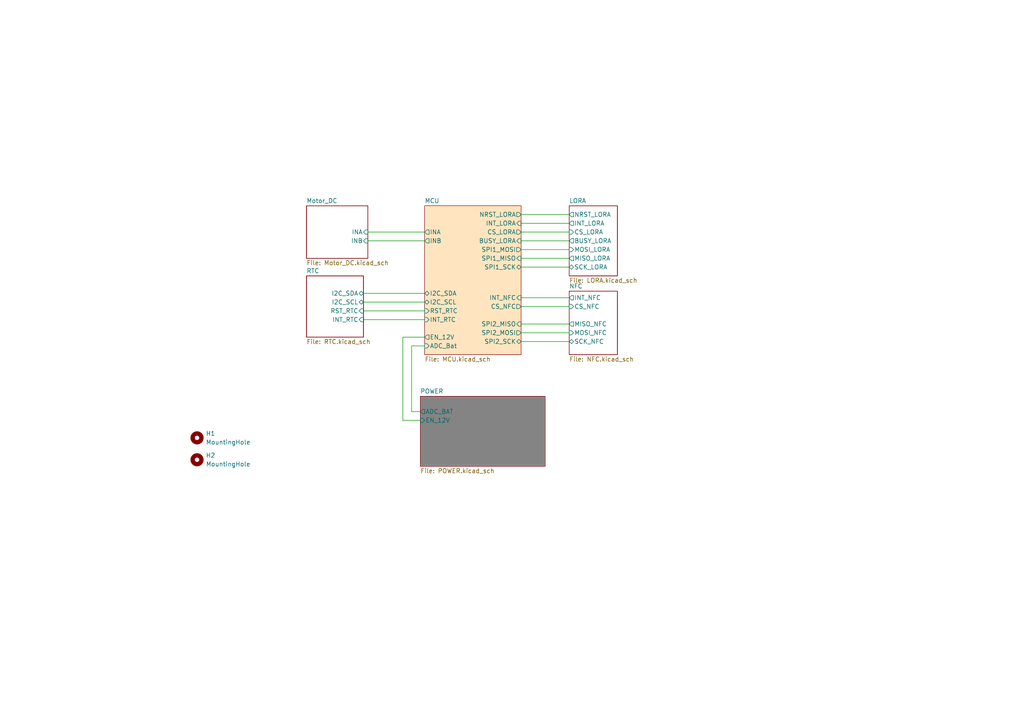
<source format=kicad_sch>
(kicad_sch
	(version 20231120)
	(generator "eeschema")
	(generator_version "8.0")
	(uuid "700768df-09f0-45cf-9b46-9332e9bddc11")
	(paper "A4")
	(lib_symbols
		(symbol "IVS_SYMBOLS:MountingHole"
			(pin_names
				(offset 1.016)
			)
			(exclude_from_sim no)
			(in_bom yes)
			(on_board yes)
			(property "Reference" "H"
				(at 0 5.08 0)
				(effects
					(font
						(size 1.27 1.27)
					)
				)
			)
			(property "Value" "MountingHole"
				(at 0 3.175 0)
				(effects
					(font
						(size 1.27 1.27)
					)
				)
			)
			(property "Footprint" ""
				(at 0 0 0)
				(effects
					(font
						(size 1.27 1.27)
					)
					(hide yes)
				)
			)
			(property "Datasheet" "~"
				(at 0 0 0)
				(effects
					(font
						(size 1.27 1.27)
					)
					(hide yes)
				)
			)
			(property "Description" "Mounting Hole without connection"
				(at 0 0 0)
				(effects
					(font
						(size 1.27 1.27)
					)
					(hide yes)
				)
			)
			(property "ki_keywords" "mounting hole"
				(at 0 0 0)
				(effects
					(font
						(size 1.27 1.27)
					)
					(hide yes)
				)
			)
			(property "ki_fp_filters" "MountingHole*"
				(at 0 0 0)
				(effects
					(font
						(size 1.27 1.27)
					)
					(hide yes)
				)
			)
			(symbol "MountingHole_0_1"
				(circle
					(center 0 0)
					(radius 1.27)
					(stroke
						(width 1.27)
						(type default)
					)
					(fill
						(type none)
					)
				)
			)
		)
	)
	(wire
		(pts
			(xy 151.13 99.06) (xy 165.1 99.06)
		)
		(stroke
			(width 0)
			(type default)
		)
		(uuid "1dcdcbfc-d199-4882-8330-31acd5697230")
	)
	(wire
		(pts
			(xy 151.13 77.47) (xy 165.1 77.47)
		)
		(stroke
			(width 0)
			(type default)
		)
		(uuid "20c7b9cf-e625-479e-ac71-951fe8732e0f")
	)
	(wire
		(pts
			(xy 106.68 67.31) (xy 123.19 67.31)
		)
		(stroke
			(width 0)
			(type default)
		)
		(uuid "2f1810e6-eb64-43b1-b025-ea773cb217e9")
	)
	(wire
		(pts
			(xy 151.13 88.9) (xy 165.1 88.9)
		)
		(stroke
			(width 0)
			(type default)
		)
		(uuid "2fd5604e-b4e4-47d3-aed4-411370c4d654")
	)
	(wire
		(pts
			(xy 151.13 69.85) (xy 165.1 69.85)
		)
		(stroke
			(width 0)
			(type default)
		)
		(uuid "3b3b586c-eee4-495c-a4b9-05b9e40f9729")
	)
	(wire
		(pts
			(xy 151.13 96.52) (xy 165.1 96.52)
		)
		(stroke
			(width 0)
			(type default)
		)
		(uuid "49ed318c-2928-4c4b-be4d-7a2c46a56c78")
	)
	(wire
		(pts
			(xy 123.19 97.79) (xy 116.84 97.79)
		)
		(stroke
			(width 0)
			(type default)
		)
		(uuid "54f38938-4e94-4c44-9025-7471644fae92")
	)
	(wire
		(pts
			(xy 116.84 97.79) (xy 116.84 121.92)
		)
		(stroke
			(width 0)
			(type default)
		)
		(uuid "5de1f9f8-ef6e-4b1f-a2d9-e8c06135a9a8")
	)
	(wire
		(pts
			(xy 106.68 69.85) (xy 123.19 69.85)
		)
		(stroke
			(width 0)
			(type default)
		)
		(uuid "60e97fea-3bd8-4cc3-8641-8e9a9ab18b96")
	)
	(wire
		(pts
			(xy 105.41 90.17) (xy 123.19 90.17)
		)
		(stroke
			(width 0)
			(type default)
		)
		(uuid "6bf5e3f2-a1cc-4c44-809a-1c6417abade1")
	)
	(wire
		(pts
			(xy 119.38 119.38) (xy 119.38 100.33)
		)
		(stroke
			(width 0)
			(type default)
		)
		(uuid "75ee6daa-b06b-4331-b62f-2d6033e32540")
	)
	(wire
		(pts
			(xy 151.13 72.39) (xy 165.1 72.39)
		)
		(stroke
			(width 0)
			(type default)
		)
		(uuid "7d7db74d-c34e-40eb-9ff2-87cd38af1dd0")
	)
	(wire
		(pts
			(xy 151.13 86.36) (xy 165.1 86.36)
		)
		(stroke
			(width 0)
			(type default)
		)
		(uuid "8b5c6cb1-36dc-4f36-93be-0a7d3d79ef59")
	)
	(wire
		(pts
			(xy 105.41 85.09) (xy 123.19 85.09)
		)
		(stroke
			(width 0)
			(type default)
		)
		(uuid "8d0ee048-5115-4641-8893-25b6c9fc7ed1")
	)
	(wire
		(pts
			(xy 151.13 64.77) (xy 165.1 64.77)
		)
		(stroke
			(width 0)
			(type default)
		)
		(uuid "8d7807a4-440f-4167-9b49-55a8f17c6677")
	)
	(wire
		(pts
			(xy 105.41 92.71) (xy 123.19 92.71)
		)
		(stroke
			(width 0)
			(type default)
		)
		(uuid "92cf461d-ba7e-4e24-b960-c2f6908e45d0")
	)
	(wire
		(pts
			(xy 151.13 74.93) (xy 165.1 74.93)
		)
		(stroke
			(width 0)
			(type default)
		)
		(uuid "a0499d1f-a15d-4942-8db6-2d783164e07b")
	)
	(wire
		(pts
			(xy 119.38 100.33) (xy 123.19 100.33)
		)
		(stroke
			(width 0)
			(type default)
		)
		(uuid "ad1954c7-57ee-42a7-9802-af5b8f690875")
	)
	(wire
		(pts
			(xy 151.13 62.23) (xy 165.1 62.23)
		)
		(stroke
			(width 0)
			(type default)
		)
		(uuid "c0b3f74a-dbb2-46ca-9026-881cf82c73a3")
	)
	(wire
		(pts
			(xy 151.13 67.31) (xy 165.1 67.31)
		)
		(stroke
			(width 0)
			(type default)
		)
		(uuid "c0fda7de-09f1-41ba-990d-47d9146eeeed")
	)
	(wire
		(pts
			(xy 121.92 119.38) (xy 119.38 119.38)
		)
		(stroke
			(width 0)
			(type default)
		)
		(uuid "c35e69e9-480e-4b40-a05a-e83c4507a3f9")
	)
	(wire
		(pts
			(xy 105.41 87.63) (xy 123.19 87.63)
		)
		(stroke
			(width 0)
			(type default)
		)
		(uuid "cfa6e8bc-a607-4090-8e52-7254eacb9193")
	)
	(wire
		(pts
			(xy 151.13 93.98) (xy 165.1 93.98)
		)
		(stroke
			(width 0)
			(type default)
		)
		(uuid "ec9fbe7f-b4b1-45c3-a0cc-3a7b442ac26d")
	)
	(wire
		(pts
			(xy 116.84 121.92) (xy 121.92 121.92)
		)
		(stroke
			(width 0)
			(type default)
		)
		(uuid "ef7a380a-b18f-43b6-b3a1-c1496cdb95e9")
	)
	(symbol
		(lib_id "IVS_SYMBOLS:MountingHole")
		(at 57.15 127 0)
		(unit 1)
		(exclude_from_sim no)
		(in_bom yes)
		(on_board yes)
		(dnp no)
		(fields_autoplaced yes)
		(uuid "11c11fd8-d334-44ea-9aa5-8f2f61a29c5e")
		(property "Reference" "H1"
			(at 59.69 125.73 0)
			(effects
				(font
					(size 1.27 1.27)
				)
				(justify left)
			)
		)
		(property "Value" "MountingHole"
			(at 59.69 128.27 0)
			(effects
				(font
					(size 1.27 1.27)
				)
				(justify left)
			)
		)
		(property "Footprint" "MountingHole:MountingHole_3.2mm_M3_DIN965_Pad"
			(at 57.15 127 0)
			(effects
				(font
					(size 1.27 1.27)
				)
				(hide yes)
			)
		)
		(property "Datasheet" "~"
			(at 57.15 127 0)
			(effects
				(font
					(size 1.27 1.27)
				)
				(hide yes)
			)
		)
		(property "Description" ""
			(at 57.15 127 0)
			(effects
				(font
					(size 1.27 1.27)
				)
				(hide yes)
			)
		)
		(property "Cate" ""
			(at 57.15 127 0)
			(effects
				(font
					(size 1.27 1.27)
				)
				(hide yes)
			)
		)
		(property "Category" ""
			(at 57.15 127 0)
			(effects
				(font
					(size 1.27 1.27)
				)
				(hide yes)
			)
		)
		(property "DK_Datasheet_Link" ""
			(at 57.15 127 0)
			(effects
				(font
					(size 1.27 1.27)
				)
				(hide yes)
			)
		)
		(property "DK_Detail_Page" ""
			(at 57.15 127 0)
			(effects
				(font
					(size 1.27 1.27)
				)
				(hide yes)
			)
		)
		(property "Digi-Key_PN" ""
			(at 57.15 127 0)
			(effects
				(font
					(size 1.27 1.27)
				)
				(hide yes)
			)
		)
		(property "Family" ""
			(at 57.15 127 0)
			(effects
				(font
					(size 1.27 1.27)
				)
				(hide yes)
			)
		)
		(property "MPN" ""
			(at 57.15 127 0)
			(effects
				(font
					(size 1.27 1.27)
				)
				(hide yes)
			)
		)
		(property "Manufacturer" ""
			(at 57.15 127 0)
			(effects
				(font
					(size 1.27 1.27)
				)
				(hide yes)
			)
		)
		(property "Status" ""
			(at 57.15 127 0)
			(effects
				(font
					(size 1.27 1.27)
				)
				(hide yes)
			)
		)
		(property "Val" ""
			(at 57.15 127 0)
			(effects
				(font
					(size 1.27 1.27)
				)
				(hide yes)
			)
		)
		(property "Availability" ""
			(at 57.15 127 0)
			(effects
				(font
					(size 1.27 1.27)
				)
				(hide yes)
			)
		)
		(property "Check_prices" ""
			(at 57.15 127 0)
			(effects
				(font
					(size 1.27 1.27)
				)
				(hide yes)
			)
		)
		(property "MANUFACTURER" ""
			(at 57.15 127 0)
			(effects
				(font
					(size 1.27 1.27)
				)
				(hide yes)
			)
		)
		(property "MF" ""
			(at 57.15 127 0)
			(effects
				(font
					(size 1.27 1.27)
				)
				(hide yes)
			)
		)
		(property "MP" ""
			(at 57.15 127 0)
			(effects
				(font
					(size 1.27 1.27)
				)
				(hide yes)
			)
		)
		(property "Package" ""
			(at 57.15 127 0)
			(effects
				(font
					(size 1.27 1.27)
				)
				(hide yes)
			)
		)
		(property "Price" ""
			(at 57.15 127 0)
			(effects
				(font
					(size 1.27 1.27)
				)
				(hide yes)
			)
		)
		(property "STANDARD" ""
			(at 57.15 127 0)
			(effects
				(font
					(size 1.27 1.27)
				)
				(hide yes)
			)
		)
		(property "Sim.Device" ""
			(at 57.15 127 0)
			(effects
				(font
					(size 1.27 1.27)
				)
				(hide yes)
			)
		)
		(property "Sim.Library" ""
			(at 57.15 127 0)
			(effects
				(font
					(size 1.27 1.27)
				)
				(hide yes)
			)
		)
		(property "Sim.Name" ""
			(at 57.15 127 0)
			(effects
				(font
					(size 1.27 1.27)
				)
				(hide yes)
			)
		)
		(property "Sim.Params" ""
			(at 57.15 127 0)
			(effects
				(font
					(size 1.27 1.27)
				)
				(hide yes)
			)
		)
		(property "Sim.Pins" ""
			(at 57.15 127 0)
			(effects
				(font
					(size 1.27 1.27)
				)
				(hide yes)
			)
		)
		(property "SnapEDA_Link" ""
			(at 57.15 127 0)
			(effects
				(font
					(size 1.27 1.27)
				)
				(hide yes)
			)
		)
		(property "hardware_design" ""
			(at 57.15 127 0)
			(effects
				(font
					(size 1.27 1.27)
				)
				(hide yes)
			)
		)
		(instances
			(project "Call-Point-Actuator"
				(path "/700768df-09f0-45cf-9b46-9332e9bddc11"
					(reference "H1")
					(unit 1)
				)
			)
			(project "Light-Sound-Sensor"
				(path "/c4fae0b4-107a-4e14-bdc8-24cbf64cf056"
					(reference "H1")
					(unit 1)
				)
			)
		)
	)
	(symbol
		(lib_id "IVS_SYMBOLS:MountingHole")
		(at 57.15 133.35 0)
		(unit 1)
		(exclude_from_sim no)
		(in_bom yes)
		(on_board yes)
		(dnp no)
		(fields_autoplaced yes)
		(uuid "c40222b3-b246-479f-96c0-7c84a5ee54af")
		(property "Reference" "H2"
			(at 59.69 132.08 0)
			(effects
				(font
					(size 1.27 1.27)
				)
				(justify left)
			)
		)
		(property "Value" "MountingHole"
			(at 59.69 134.62 0)
			(effects
				(font
					(size 1.27 1.27)
				)
				(justify left)
			)
		)
		(property "Footprint" "MountingHole:MountingHole_3.2mm_M3_DIN965_Pad"
			(at 57.15 133.35 0)
			(effects
				(font
					(size 1.27 1.27)
				)
				(hide yes)
			)
		)
		(property "Datasheet" "~"
			(at 57.15 133.35 0)
			(effects
				(font
					(size 1.27 1.27)
				)
				(hide yes)
			)
		)
		(property "Description" ""
			(at 57.15 133.35 0)
			(effects
				(font
					(size 1.27 1.27)
				)
				(hide yes)
			)
		)
		(property "Cate" ""
			(at 57.15 133.35 0)
			(effects
				(font
					(size 1.27 1.27)
				)
				(hide yes)
			)
		)
		(property "Category" ""
			(at 57.15 133.35 0)
			(effects
				(font
					(size 1.27 1.27)
				)
				(hide yes)
			)
		)
		(property "DK_Datasheet_Link" ""
			(at 57.15 133.35 0)
			(effects
				(font
					(size 1.27 1.27)
				)
				(hide yes)
			)
		)
		(property "DK_Detail_Page" ""
			(at 57.15 133.35 0)
			(effects
				(font
					(size 1.27 1.27)
				)
				(hide yes)
			)
		)
		(property "Digi-Key_PN" ""
			(at 57.15 133.35 0)
			(effects
				(font
					(size 1.27 1.27)
				)
				(hide yes)
			)
		)
		(property "Family" ""
			(at 57.15 133.35 0)
			(effects
				(font
					(size 1.27 1.27)
				)
				(hide yes)
			)
		)
		(property "MPN" ""
			(at 57.15 133.35 0)
			(effects
				(font
					(size 1.27 1.27)
				)
				(hide yes)
			)
		)
		(property "Manufacturer" ""
			(at 57.15 133.35 0)
			(effects
				(font
					(size 1.27 1.27)
				)
				(hide yes)
			)
		)
		(property "Status" ""
			(at 57.15 133.35 0)
			(effects
				(font
					(size 1.27 1.27)
				)
				(hide yes)
			)
		)
		(property "Val" ""
			(at 57.15 133.35 0)
			(effects
				(font
					(size 1.27 1.27)
				)
				(hide yes)
			)
		)
		(property "Availability" ""
			(at 57.15 133.35 0)
			(effects
				(font
					(size 1.27 1.27)
				)
				(hide yes)
			)
		)
		(property "Check_prices" ""
			(at 57.15 133.35 0)
			(effects
				(font
					(size 1.27 1.27)
				)
				(hide yes)
			)
		)
		(property "MANUFACTURER" ""
			(at 57.15 133.35 0)
			(effects
				(font
					(size 1.27 1.27)
				)
				(hide yes)
			)
		)
		(property "MF" ""
			(at 57.15 133.35 0)
			(effects
				(font
					(size 1.27 1.27)
				)
				(hide yes)
			)
		)
		(property "MP" ""
			(at 57.15 133.35 0)
			(effects
				(font
					(size 1.27 1.27)
				)
				(hide yes)
			)
		)
		(property "Package" ""
			(at 57.15 133.35 0)
			(effects
				(font
					(size 1.27 1.27)
				)
				(hide yes)
			)
		)
		(property "Price" ""
			(at 57.15 133.35 0)
			(effects
				(font
					(size 1.27 1.27)
				)
				(hide yes)
			)
		)
		(property "STANDARD" ""
			(at 57.15 133.35 0)
			(effects
				(font
					(size 1.27 1.27)
				)
				(hide yes)
			)
		)
		(property "Sim.Device" ""
			(at 57.15 133.35 0)
			(effects
				(font
					(size 1.27 1.27)
				)
				(hide yes)
			)
		)
		(property "Sim.Library" ""
			(at 57.15 133.35 0)
			(effects
				(font
					(size 1.27 1.27)
				)
				(hide yes)
			)
		)
		(property "Sim.Name" ""
			(at 57.15 133.35 0)
			(effects
				(font
					(size 1.27 1.27)
				)
				(hide yes)
			)
		)
		(property "Sim.Params" ""
			(at 57.15 133.35 0)
			(effects
				(font
					(size 1.27 1.27)
				)
				(hide yes)
			)
		)
		(property "Sim.Pins" ""
			(at 57.15 133.35 0)
			(effects
				(font
					(size 1.27 1.27)
				)
				(hide yes)
			)
		)
		(property "SnapEDA_Link" ""
			(at 57.15 133.35 0)
			(effects
				(font
					(size 1.27 1.27)
				)
				(hide yes)
			)
		)
		(property "hardware_design" ""
			(at 57.15 133.35 0)
			(effects
				(font
					(size 1.27 1.27)
				)
				(hide yes)
			)
		)
		(instances
			(project "Call-Point-Actuator"
				(path "/700768df-09f0-45cf-9b46-9332e9bddc11"
					(reference "H2")
					(unit 1)
				)
			)
			(project "Light-Sound-Sensor"
				(path "/c4fae0b4-107a-4e14-bdc8-24cbf64cf056"
					(reference "H2")
					(unit 1)
				)
			)
		)
	)
	(sheet
		(at 88.9 80.01)
		(size 16.51 17.78)
		(fields_autoplaced yes)
		(stroke
			(width 0.1524)
			(type solid)
		)
		(fill
			(color 0 0 0 0.0000)
		)
		(uuid "14571762-77a5-4a72-8fe8-37cf7b6caaa8")
		(property "Sheetname" "RTC"
			(at 88.9 79.2984 0)
			(effects
				(font
					(size 1.27 1.27)
				)
				(justify left bottom)
			)
		)
		(property "Sheetfile" "RTC.kicad_sch"
			(at 88.9 98.3746 0)
			(effects
				(font
					(size 1.27 1.27)
				)
				(justify left top)
			)
		)
		(pin "I2C_SCL" bidirectional
			(at 105.41 87.63 0)
			(effects
				(font
					(size 1.27 1.27)
				)
				(justify right)
			)
			(uuid "7559712a-3575-444a-9b8d-bfc26122c25e")
		)
		(pin "I2C_SDA" bidirectional
			(at 105.41 85.09 0)
			(effects
				(font
					(size 1.27 1.27)
				)
				(justify right)
			)
			(uuid "41aabe70-82a4-4087-9edf-0c9a6ac26969")
		)
		(pin "RST_RTC" input
			(at 105.41 90.17 0)
			(effects
				(font
					(size 1.27 1.27)
				)
				(justify right)
			)
			(uuid "cf82111e-5797-44d8-80c5-7b2a3fccd034")
		)
		(pin "INT_RTC" input
			(at 105.41 92.71 0)
			(effects
				(font
					(size 1.27 1.27)
				)
				(justify right)
			)
			(uuid "b3c72e4a-821d-4037-a505-6f59730137d6")
		)
		(instances
			(project "Call-Point-Actuator"
				(path "/700768df-09f0-45cf-9b46-9332e9bddc11"
					(page "7")
				)
			)
		)
	)
	(sheet
		(at 165.1 84.455)
		(size 13.97 18.415)
		(fields_autoplaced yes)
		(stroke
			(width 0.1524)
			(type solid)
		)
		(fill
			(color 0 0 0 0.0000)
		)
		(uuid "5abf2ea0-4181-4ac1-be8d-799e198aa7c8")
		(property "Sheetname" "NFC"
			(at 165.1 83.7434 0)
			(effects
				(font
					(size 1.27 1.27)
				)
				(justify left bottom)
			)
		)
		(property "Sheetfile" "NFC.kicad_sch"
			(at 165.1 103.4546 0)
			(effects
				(font
					(size 1.27 1.27)
				)
				(justify left top)
			)
		)
		(pin "CS_NFC" input
			(at 165.1 88.9 180)
			(effects
				(font
					(size 1.27 1.27)
				)
				(justify left)
			)
			(uuid "61aba417-9fb4-464c-b94e-5a0d026ab07d")
		)
		(pin "INT_NFC" output
			(at 165.1 86.36 180)
			(effects
				(font
					(size 1.27 1.27)
				)
				(justify left)
			)
			(uuid "7443340f-2bd0-472f-92e1-20d4b4053f72")
		)
		(pin "SCK_NFC" bidirectional
			(at 165.1 99.06 180)
			(effects
				(font
					(size 1.27 1.27)
				)
				(justify left)
			)
			(uuid "875b673c-a832-468f-89a3-d8c5af371a36")
		)
		(pin "MISO_NFC" output
			(at 165.1 93.98 180)
			(effects
				(font
					(size 1.27 1.27)
				)
				(justify left)
			)
			(uuid "3af39d16-f9a0-4409-81be-d7518c0aa213")
		)
		(pin "MOSI_NFC" input
			(at 165.1 96.52 180)
			(effects
				(font
					(size 1.27 1.27)
				)
				(justify left)
			)
			(uuid "1464f194-0f83-4388-9f92-359795184b55")
		)
		(instances
			(project "Call-Point-Actuator"
				(path "/700768df-09f0-45cf-9b46-9332e9bddc11"
					(page "5")
				)
			)
		)
	)
	(sheet
		(at 121.92 114.935)
		(size 36.195 20.32)
		(fields_autoplaced yes)
		(stroke
			(width 0.1524)
			(type solid)
		)
		(fill
			(color 132 132 132 1.0000)
		)
		(uuid "91409823-e476-4c58-9655-0579610c0de2")
		(property "Sheetname" "POWER"
			(at 121.92 114.2234 0)
			(effects
				(font
					(size 1.27 1.27)
				)
				(justify left bottom)
			)
		)
		(property "Sheetfile" "POWER.kicad_sch"
			(at 121.92 135.8396 0)
			(effects
				(font
					(size 1.27 1.27)
				)
				(justify left top)
			)
		)
		(pin "ADC_BAT" output
			(at 121.92 119.38 180)
			(effects
				(font
					(size 1.27 1.27)
				)
				(justify left)
			)
			(uuid "4e8db41d-adb3-4758-811d-687ebcafd0ae")
		)
		(pin "EN_12V" input
			(at 121.92 121.92 180)
			(effects
				(font
					(size 1.27 1.27)
				)
				(justify left)
			)
			(uuid "0e50731c-f179-4ef1-840d-58f61cb6c39e")
		)
		(instances
			(project "Call-Point-Actuator"
				(path "/700768df-09f0-45cf-9b46-9332e9bddc11"
					(page "2")
				)
			)
		)
	)
	(sheet
		(at 123.19 59.69)
		(size 27.94 43.18)
		(fields_autoplaced yes)
		(stroke
			(width 0.1524)
			(type solid)
		)
		(fill
			(color 255 229 191 1.0000)
		)
		(uuid "9a67a003-de12-4a10-8329-338dd9a7eac6")
		(property "Sheetname" "MCU"
			(at 123.19 58.9784 0)
			(effects
				(font
					(size 1.27 1.27)
				)
				(justify left bottom)
			)
		)
		(property "Sheetfile" "MCU.kicad_sch"
			(at 123.19 103.4546 0)
			(effects
				(font
					(size 1.27 1.27)
				)
				(justify left top)
			)
		)
		(pin "SPI1_MOSI" output
			(at 151.13 72.39 0)
			(effects
				(font
					(size 1.27 1.27)
				)
				(justify right)
			)
			(uuid "36b5e946-fb01-44fe-9796-bcd6d88fbbeb")
		)
		(pin "NRST_LORA" output
			(at 151.13 62.23 0)
			(effects
				(font
					(size 1.27 1.27)
				)
				(justify right)
			)
			(uuid "2521b91a-c54b-446f-a295-48f550dd8c0b")
		)
		(pin "INT_LORA" input
			(at 151.13 64.77 0)
			(effects
				(font
					(size 1.27 1.27)
				)
				(justify right)
			)
			(uuid "5159e939-07e5-44f7-ae76-94cc80f0bd0d")
		)
		(pin "SPI1_SCK" bidirectional
			(at 151.13 77.47 0)
			(effects
				(font
					(size 1.27 1.27)
				)
				(justify right)
			)
			(uuid "a8e5f629-cea8-4d01-b1a6-bda1e696329c")
		)
		(pin "SPI1_MISO" input
			(at 151.13 74.93 0)
			(effects
				(font
					(size 1.27 1.27)
				)
				(justify right)
			)
			(uuid "f956a99d-2385-4ca3-bd50-777c58cecb95")
		)
		(pin "CS_LORA" output
			(at 151.13 67.31 0)
			(effects
				(font
					(size 1.27 1.27)
				)
				(justify right)
			)
			(uuid "04f15c68-968e-40fa-aa4f-ae99c2eb16d9")
		)
		(pin "SPI2_MISO" input
			(at 151.13 93.98 0)
			(effects
				(font
					(size 1.27 1.27)
				)
				(justify right)
			)
			(uuid "aeddf6e2-bb9d-46c0-8da0-77b239ad1b53")
		)
		(pin "CS_NFC" output
			(at 151.13 88.9 0)
			(effects
				(font
					(size 1.27 1.27)
				)
				(justify right)
			)
			(uuid "41605e94-f387-4a82-8295-837d918eae86")
		)
		(pin "INT_NFC" input
			(at 151.13 86.36 0)
			(effects
				(font
					(size 1.27 1.27)
				)
				(justify right)
			)
			(uuid "c87af094-f102-4042-a9cb-558039acacdb")
		)
		(pin "SPI2_SCK" bidirectional
			(at 151.13 99.06 0)
			(effects
				(font
					(size 1.27 1.27)
				)
				(justify right)
			)
			(uuid "c7fbf7fb-833b-46ed-ab67-967aa925d230")
		)
		(pin "SPI2_MOSI" output
			(at 151.13 96.52 0)
			(effects
				(font
					(size 1.27 1.27)
				)
				(justify right)
			)
			(uuid "7cd70150-fa84-456f-b922-a775f1587726")
		)
		(pin "ADC_Bat" input
			(at 123.19 100.33 180)
			(effects
				(font
					(size 1.27 1.27)
				)
				(justify left)
			)
			(uuid "f21164cf-a5f2-4b23-9fa2-e7c89eb461b1")
		)
		(pin "EN_12V" output
			(at 123.19 97.79 180)
			(effects
				(font
					(size 1.27 1.27)
				)
				(justify left)
			)
			(uuid "54961454-f533-4aa6-8411-1098b688e653")
		)
		(pin "INA" output
			(at 123.19 67.31 180)
			(effects
				(font
					(size 1.27 1.27)
				)
				(justify left)
			)
			(uuid "9b8c3e27-91df-4fc0-9de8-c117bcbd32b9")
		)
		(pin "INB" output
			(at 123.19 69.85 180)
			(effects
				(font
					(size 1.27 1.27)
				)
				(justify left)
			)
			(uuid "97f9e09f-11d0-4edb-8240-6f9c4931a922")
		)
		(pin "BUSY_LORA" input
			(at 151.13 69.85 0)
			(effects
				(font
					(size 1.27 1.27)
				)
				(justify right)
			)
			(uuid "aff5735a-5239-4c3c-a55b-4b22632d9de8")
		)
		(pin "I2C_SDA" bidirectional
			(at 123.19 85.09 180)
			(effects
				(font
					(size 1.27 1.27)
				)
				(justify left)
			)
			(uuid "abc38017-afc0-4d43-a124-4a619dc4c580")
		)
		(pin "I2C_SCL" bidirectional
			(at 123.19 87.63 180)
			(effects
				(font
					(size 1.27 1.27)
				)
				(justify left)
			)
			(uuid "3d72ff85-a7ca-4f4d-aa96-65d124b52163")
		)
		(pin "INT_RTC" input
			(at 123.19 92.71 180)
			(effects
				(font
					(size 1.27 1.27)
				)
				(justify left)
			)
			(uuid "954bbaa9-0826-46b5-aa84-7bc2e67effef")
		)
		(pin "RST_RTC" input
			(at 123.19 90.17 180)
			(effects
				(font
					(size 1.27 1.27)
				)
				(justify left)
			)
			(uuid "c6cd2a0c-729a-466d-80d5-78322b1eb08f")
		)
		(instances
			(project "Call-Point-Actuator"
				(path "/700768df-09f0-45cf-9b46-9332e9bddc11"
					(page "3")
				)
			)
		)
	)
	(sheet
		(at 165.1 59.69)
		(size 13.97 20.32)
		(fields_autoplaced yes)
		(stroke
			(width 0.1524)
			(type solid)
		)
		(fill
			(color 0 0 0 0.0000)
		)
		(uuid "aab9efe3-c779-42eb-b9b1-1dd566687bc2")
		(property "Sheetname" "LORA"
			(at 165.1 58.9784 0)
			(effects
				(font
					(size 1.27 1.27)
				)
				(justify left bottom)
			)
		)
		(property "Sheetfile" "LORA.kicad_sch"
			(at 165.1 80.5946 0)
			(effects
				(font
					(size 1.27 1.27)
				)
				(justify left top)
			)
		)
		(pin "SCK_LORA" bidirectional
			(at 165.1 77.47 180)
			(effects
				(font
					(size 1.27 1.27)
				)
				(justify left)
			)
			(uuid "1a8b0e03-11b9-4309-8433-696f7366f958")
		)
		(pin "MISO_LORA" output
			(at 165.1 74.93 180)
			(effects
				(font
					(size 1.27 1.27)
				)
				(justify left)
			)
			(uuid "d94a1ab2-2fdf-4440-940b-79dd925ccd7c")
		)
		(pin "CS_LORA" input
			(at 165.1 67.31 180)
			(effects
				(font
					(size 1.27 1.27)
				)
				(justify left)
			)
			(uuid "77003848-169d-47ff-9237-fca2af4e1a15")
		)
		(pin "NRST_LORA" output
			(at 165.1 62.23 180)
			(effects
				(font
					(size 1.27 1.27)
				)
				(justify left)
			)
			(uuid "6006cf2c-75c9-44f1-b694-1f995afd148d")
		)
		(pin "MOSI_LORA" input
			(at 165.1 72.39 180)
			(effects
				(font
					(size 1.27 1.27)
				)
				(justify left)
			)
			(uuid "0f2b5045-93c4-452b-a7a7-c7768ea4b604")
		)
		(pin "INT_LORA" output
			(at 165.1 64.77 180)
			(effects
				(font
					(size 1.27 1.27)
				)
				(justify left)
			)
			(uuid "33e230f2-3a64-48b0-b335-9f992d3015f7")
		)
		(pin "BUSY_LORA" output
			(at 165.1 69.85 180)
			(effects
				(font
					(size 1.27 1.27)
				)
				(justify left)
			)
			(uuid "614fd6e7-15cf-4a98-b388-43b34dcf2d05")
		)
		(instances
			(project "Call-Point-Actuator"
				(path "/700768df-09f0-45cf-9b46-9332e9bddc11"
					(page "4")
				)
			)
		)
	)
	(sheet
		(at 88.9 59.69)
		(size 17.78 15.24)
		(fields_autoplaced yes)
		(stroke
			(width 0.1524)
			(type solid)
		)
		(fill
			(color 0 0 0 0.0000)
		)
		(uuid "e9effb8d-39fa-4fd7-8a7c-ddfe2f0d2c14")
		(property "Sheetname" "Motor_DC"
			(at 88.9 58.9784 0)
			(effects
				(font
					(size 1.27 1.27)
				)
				(justify left bottom)
			)
		)
		(property "Sheetfile" "Motor_DC.kicad_sch"
			(at 88.9 75.5146 0)
			(effects
				(font
					(size 1.27 1.27)
				)
				(justify left top)
			)
		)
		(pin "INB" input
			(at 106.68 69.85 0)
			(effects
				(font
					(size 1.27 1.27)
				)
				(justify right)
			)
			(uuid "9b6ac098-cad6-4107-a938-1a28842a493a")
		)
		(pin "INA" input
			(at 106.68 67.31 0)
			(effects
				(font
					(size 1.27 1.27)
				)
				(justify right)
			)
			(uuid "b6593bb0-c472-4a1c-9839-f78ee8a456e8")
		)
		(instances
			(project "Call-Point-Actuator"
				(path "/700768df-09f0-45cf-9b46-9332e9bddc11"
					(page "6")
				)
			)
		)
	)
	(sheet_instances
		(path "/"
			(page "1")
		)
	)
)

</source>
